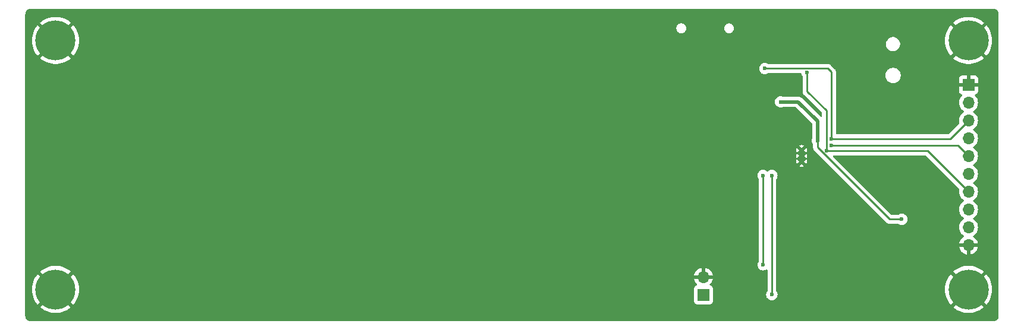
<source format=gbr>
%TF.GenerationSoftware,KiCad,Pcbnew,8.0.5*%
%TF.CreationDate,2024-11-08T20:24:14-08:00*%
%TF.ProjectId,newbatt,6e657762-6174-4742-9e6b-696361645f70,rev?*%
%TF.SameCoordinates,Original*%
%TF.FileFunction,Copper,L2,Bot*%
%TF.FilePolarity,Positive*%
%FSLAX46Y46*%
G04 Gerber Fmt 4.6, Leading zero omitted, Abs format (unit mm)*
G04 Created by KiCad (PCBNEW 8.0.5) date 2024-11-08 20:24:14*
%MOMM*%
%LPD*%
G01*
G04 APERTURE LIST*
%TA.AperFunction,ComponentPad*%
%ADD10C,3.600000*%
%TD*%
%TA.AperFunction,ConnectorPad*%
%ADD11C,5.700000*%
%TD*%
%TA.AperFunction,ComponentPad*%
%ADD12R,1.700000X1.700000*%
%TD*%
%TA.AperFunction,ComponentPad*%
%ADD13O,1.700000X1.700000*%
%TD*%
%TA.AperFunction,ComponentPad*%
%ADD14C,0.508000*%
%TD*%
%TA.AperFunction,ViaPad*%
%ADD15C,0.600000*%
%TD*%
%TA.AperFunction,Conductor*%
%ADD16C,0.250000*%
%TD*%
%TA.AperFunction,Conductor*%
%ADD17C,0.500000*%
%TD*%
%TA.AperFunction,Conductor*%
%ADD18C,1.000000*%
%TD*%
G04 APERTURE END LIST*
D10*
%TO.P,H4,1,1*%
%TO.N,0*%
X149500000Y-55250000D03*
D11*
X149500000Y-55250000D03*
%TD*%
D10*
%TO.P,H1,1,1*%
%TO.N,0*%
X19500000Y-19750000D03*
D11*
X19500000Y-19750000D03*
%TD*%
D10*
%TO.P,H3,1,1*%
%TO.N,0*%
X149500000Y-19750000D03*
D11*
X149500000Y-19750000D03*
%TD*%
D12*
%TO.P,J2,1,Pin_1*%
%TO.N,0*%
X149500000Y-26070000D03*
D13*
%TO.P,J2,2,Pin_2*%
%TO.N,VOUT*%
X149500000Y-28610000D03*
%TO.P,J2,3,Pin_3*%
%TO.N,/~{PG}*%
X149500000Y-31150000D03*
%TO.P,J2,4,Pin_4*%
%TO.N,/~{CHG}*%
X149500000Y-33690000D03*
%TO.P,J2,5,Pin_5*%
%TO.N,/VDPM*%
X149500000Y-36230000D03*
%TO.P,J2,6,Pin_6*%
X149500000Y-38770000D03*
%TO.P,J2,7,Pin_7*%
%TO.N,/~{CHG}*%
X149500000Y-41310000D03*
%TO.P,J2,8,Pin_8*%
%TO.N,/~{PG}*%
X149500000Y-43850000D03*
%TO.P,J2,9,Pin_9*%
%TO.N,VOUT*%
X149500000Y-46390000D03*
%TO.P,J2,10,Pin_10*%
%TO.N,0*%
X149500000Y-48930000D03*
%TD*%
D14*
%TO.P,U1,11,EPAD*%
%TO.N,0*%
X125750000Y-35425200D03*
X125750000Y-36212600D03*
X125750000Y-37000000D03*
%TD*%
D12*
%TO.P,TH1,1*%
%TO.N,Net-(U1-TS)*%
X111750000Y-56025000D03*
D13*
%TO.P,TH1,2*%
%TO.N,0*%
X111750000Y-53485000D03*
%TD*%
D10*
%TO.P,H2,1,1*%
%TO.N,0*%
X19500000Y-55250000D03*
D11*
X19500000Y-55250000D03*
%TD*%
D15*
%TO.N,Net-(JP8-B)*%
X122750000Y-28500000D03*
%TO.N,Net-(U1-VTSB)*%
X120250000Y-39000000D03*
X120250000Y-51750000D03*
%TO.N,Net-(JP8-B)*%
X140000000Y-45250000D03*
X128000000Y-34000000D03*
%TO.N,/~{CHG}*%
X129250000Y-35500000D03*
%TO.N,/VDPM*%
X130000000Y-34750000D03*
%TO.N,/~{CHG}*%
X126500000Y-24275000D03*
%TO.N,/~{PG}*%
X120500000Y-23750000D03*
X130000000Y-33750000D03*
%TO.N,Net-(U1-TS)*%
X121500000Y-56000000D03*
X121500000Y-39000000D03*
%TD*%
D16*
%TO.N,Net-(JP8-B)*%
X138257537Y-45250000D02*
X140000000Y-45250000D01*
X128000000Y-34992463D02*
X138257537Y-45250000D01*
D17*
X128000000Y-34000000D02*
X128000000Y-31250000D01*
D16*
X128000000Y-34000000D02*
X128000000Y-34992463D01*
D17*
X125250000Y-28500000D02*
X122750000Y-28500000D01*
X128000000Y-31250000D02*
X125250000Y-28500000D01*
D16*
%TO.N,Net-(U1-TS)*%
X121500000Y-56000000D02*
X121500000Y-39000000D01*
%TO.N,Net-(U1-VTSB)*%
X120250000Y-39000000D02*
X120250000Y-51750000D01*
%TO.N,/~{PG}*%
X130000000Y-33750000D02*
X146900000Y-33750000D01*
X146900000Y-33750000D02*
X149500000Y-31150000D01*
%TO.N,/~{CHG}*%
X143690000Y-35500000D02*
X149500000Y-41310000D01*
X129250000Y-35500000D02*
X143690000Y-35500000D01*
D18*
%TO.N,VOUT*%
X149390000Y-28500000D02*
X149500000Y-28610000D01*
D16*
%TO.N,/VDPM*%
X148020000Y-34750000D02*
X149500000Y-36230000D01*
X130000000Y-34750000D02*
X148020000Y-34750000D01*
%TO.N,/~{CHG}*%
X126500000Y-27000000D02*
X126500000Y-24275000D01*
X129250000Y-29750000D02*
X126500000Y-27000000D01*
X129250000Y-35500000D02*
X129250000Y-29750000D01*
%TO.N,/~{PG}*%
X129500000Y-23750000D02*
X120500000Y-23750000D01*
X130000000Y-24250000D02*
X129500000Y-23750000D01*
X130000000Y-33750000D02*
X130000000Y-24250000D01*
%TD*%
%TA.AperFunction,Conductor*%
%TO.N,0*%
G36*
X153006061Y-15201097D02*
G01*
X153016051Y-15202080D01*
X153143824Y-15214665D01*
X153167652Y-15219404D01*
X153294277Y-15257815D01*
X153316725Y-15267114D01*
X153433406Y-15329482D01*
X153453616Y-15342986D01*
X153555891Y-15426920D01*
X153573079Y-15444108D01*
X153657012Y-15546381D01*
X153670517Y-15566593D01*
X153732883Y-15683271D01*
X153742186Y-15705728D01*
X153780593Y-15832338D01*
X153785335Y-15856180D01*
X153798903Y-15993938D01*
X153799500Y-16006092D01*
X153799500Y-58993907D01*
X153798903Y-59006061D01*
X153785335Y-59143819D01*
X153780593Y-59167661D01*
X153742186Y-59294271D01*
X153732883Y-59316728D01*
X153670517Y-59433406D01*
X153657012Y-59453618D01*
X153573079Y-59555891D01*
X153555891Y-59573079D01*
X153453618Y-59657012D01*
X153433406Y-59670517D01*
X153316728Y-59732883D01*
X153294271Y-59742186D01*
X153167661Y-59780593D01*
X153143819Y-59785335D01*
X153006062Y-59798903D01*
X152993908Y-59799500D01*
X16006092Y-59799500D01*
X15993938Y-59798903D01*
X15856180Y-59785335D01*
X15832340Y-59780593D01*
X15705728Y-59742186D01*
X15683271Y-59732883D01*
X15566593Y-59670517D01*
X15546381Y-59657012D01*
X15444108Y-59573079D01*
X15426920Y-59555891D01*
X15342986Y-59453616D01*
X15329482Y-59433406D01*
X15267116Y-59316728D01*
X15257815Y-59294277D01*
X15219404Y-59167652D01*
X15214665Y-59143824D01*
X15201097Y-59006060D01*
X15200500Y-58993907D01*
X15200500Y-55249997D01*
X16145080Y-55249997D01*
X16145080Y-55250002D01*
X16164746Y-55612728D01*
X16223517Y-55971214D01*
X16223519Y-55971222D01*
X16320695Y-56321220D01*
X16320697Y-56321227D01*
X16455152Y-56658684D01*
X16455161Y-56658702D01*
X16625316Y-56979647D01*
X16625318Y-56979651D01*
X16829170Y-57280309D01*
X16829177Y-57280319D01*
X16960969Y-57435475D01*
X16960970Y-57435475D01*
X18205748Y-56190698D01*
X18279588Y-56292330D01*
X18457670Y-56470412D01*
X18559300Y-56544251D01*
X17311888Y-57791662D01*
X17311888Y-57791664D01*
X17328070Y-57806992D01*
X17328071Y-57806993D01*
X17617266Y-58026832D01*
X17617282Y-58026843D01*
X17928522Y-58214109D01*
X17928535Y-58214116D01*
X18258205Y-58366639D01*
X18258210Y-58366640D01*
X18602461Y-58482632D01*
X18957235Y-58560724D01*
X19318366Y-58599999D01*
X19318374Y-58600000D01*
X19681626Y-58600000D01*
X19681633Y-58599999D01*
X20042764Y-58560724D01*
X20397538Y-58482632D01*
X20741789Y-58366640D01*
X20741794Y-58366639D01*
X21071464Y-58214116D01*
X21071477Y-58214109D01*
X21382717Y-58026843D01*
X21382733Y-58026832D01*
X21671929Y-57806992D01*
X21688110Y-57791664D01*
X21688110Y-57791663D01*
X20440698Y-56544251D01*
X20542330Y-56470412D01*
X20720412Y-56292330D01*
X20794251Y-56190698D01*
X22039028Y-57435475D01*
X22039029Y-57435475D01*
X22170827Y-57280311D01*
X22170838Y-57280297D01*
X22374681Y-56979651D01*
X22374683Y-56979647D01*
X22544838Y-56658702D01*
X22544847Y-56658684D01*
X22679302Y-56321227D01*
X22679304Y-56321220D01*
X22776480Y-55971222D01*
X22776482Y-55971214D01*
X22835253Y-55612728D01*
X22854920Y-55250002D01*
X22854920Y-55249997D01*
X22848258Y-55127135D01*
X110399500Y-55127135D01*
X110399500Y-56922870D01*
X110399501Y-56922876D01*
X110405908Y-56982483D01*
X110456202Y-57117328D01*
X110456206Y-57117335D01*
X110542452Y-57232544D01*
X110542455Y-57232547D01*
X110657664Y-57318793D01*
X110657671Y-57318797D01*
X110792517Y-57369091D01*
X110792516Y-57369091D01*
X110799444Y-57369835D01*
X110852127Y-57375500D01*
X112647872Y-57375499D01*
X112707483Y-57369091D01*
X112842331Y-57318796D01*
X112957546Y-57232546D01*
X113043796Y-57117331D01*
X113094091Y-56982483D01*
X113100500Y-56922873D01*
X113100499Y-55127128D01*
X113094091Y-55067517D01*
X113043796Y-54932669D01*
X113043795Y-54932668D01*
X113043793Y-54932664D01*
X112957547Y-54817455D01*
X112957544Y-54817452D01*
X112842335Y-54731206D01*
X112842328Y-54731202D01*
X112710401Y-54681997D01*
X112654467Y-54640126D01*
X112630050Y-54574662D01*
X112644902Y-54506389D01*
X112666053Y-54478133D01*
X112788108Y-54356078D01*
X112923600Y-54162578D01*
X113023429Y-53948492D01*
X113023432Y-53948486D01*
X113080636Y-53735000D01*
X112183012Y-53735000D01*
X112215925Y-53677993D01*
X112250000Y-53550826D01*
X112250000Y-53419174D01*
X112215925Y-53292007D01*
X112183012Y-53235000D01*
X113080636Y-53235000D01*
X113080635Y-53234999D01*
X113023432Y-53021513D01*
X113023429Y-53021507D01*
X112923600Y-52807422D01*
X112923599Y-52807420D01*
X112788113Y-52613926D01*
X112788108Y-52613920D01*
X112621082Y-52446894D01*
X112427578Y-52311399D01*
X112213492Y-52211570D01*
X112213486Y-52211567D01*
X112000000Y-52154364D01*
X112000000Y-53051988D01*
X111942993Y-53019075D01*
X111815826Y-52985000D01*
X111684174Y-52985000D01*
X111557007Y-53019075D01*
X111500000Y-53051988D01*
X111500000Y-52154364D01*
X111499999Y-52154364D01*
X111286513Y-52211567D01*
X111286507Y-52211570D01*
X111072422Y-52311399D01*
X111072420Y-52311400D01*
X110878926Y-52446886D01*
X110878920Y-52446891D01*
X110711891Y-52613920D01*
X110711886Y-52613926D01*
X110576400Y-52807420D01*
X110576399Y-52807422D01*
X110476570Y-53021507D01*
X110476567Y-53021513D01*
X110419364Y-53234999D01*
X110419364Y-53235000D01*
X111316988Y-53235000D01*
X111284075Y-53292007D01*
X111250000Y-53419174D01*
X111250000Y-53550826D01*
X111284075Y-53677993D01*
X111316988Y-53735000D01*
X110419364Y-53735000D01*
X110476567Y-53948486D01*
X110476570Y-53948492D01*
X110576399Y-54162578D01*
X110711894Y-54356082D01*
X110833946Y-54478134D01*
X110867431Y-54539457D01*
X110862447Y-54609149D01*
X110820575Y-54665082D01*
X110789598Y-54681997D01*
X110657671Y-54731202D01*
X110657664Y-54731206D01*
X110542455Y-54817452D01*
X110542452Y-54817455D01*
X110456206Y-54932664D01*
X110456202Y-54932671D01*
X110405908Y-55067517D01*
X110399828Y-55124077D01*
X110399501Y-55127123D01*
X110399500Y-55127135D01*
X22848258Y-55127135D01*
X22835253Y-54887271D01*
X22776482Y-54528785D01*
X22776480Y-54528777D01*
X22679304Y-54178779D01*
X22679302Y-54178772D01*
X22544847Y-53841315D01*
X22544838Y-53841297D01*
X22374683Y-53520352D01*
X22374681Y-53520348D01*
X22170829Y-53219690D01*
X22170822Y-53219680D01*
X22039029Y-53064523D01*
X22039028Y-53064523D01*
X20794251Y-54309300D01*
X20720412Y-54207670D01*
X20542330Y-54029588D01*
X20440698Y-53955748D01*
X21688110Y-52708336D01*
X21688110Y-52708334D01*
X21671929Y-52693007D01*
X21671928Y-52693006D01*
X21382733Y-52473167D01*
X21382717Y-52473156D01*
X21071477Y-52285890D01*
X21071464Y-52285883D01*
X20741794Y-52133360D01*
X20741789Y-52133359D01*
X20397538Y-52017367D01*
X20042764Y-51939275D01*
X19681633Y-51900000D01*
X19318366Y-51900000D01*
X18957235Y-51939275D01*
X18602461Y-52017367D01*
X18258210Y-52133359D01*
X18258205Y-52133360D01*
X17928535Y-52285883D01*
X17928522Y-52285890D01*
X17617282Y-52473156D01*
X17617266Y-52473167D01*
X17328075Y-52693002D01*
X17311888Y-52708335D01*
X17311887Y-52708335D01*
X18559301Y-53955748D01*
X18457670Y-54029588D01*
X18279588Y-54207670D01*
X18205748Y-54309300D01*
X16960970Y-53064522D01*
X16960969Y-53064523D01*
X16829177Y-53219680D01*
X16829170Y-53219690D01*
X16625318Y-53520348D01*
X16625316Y-53520352D01*
X16455161Y-53841297D01*
X16455152Y-53841315D01*
X16320697Y-54178772D01*
X16320695Y-54178779D01*
X16223519Y-54528777D01*
X16223517Y-54528785D01*
X16164746Y-54887271D01*
X16145080Y-55249997D01*
X15200500Y-55249997D01*
X15200500Y-38999996D01*
X119444435Y-38999996D01*
X119444435Y-39000003D01*
X119464630Y-39179249D01*
X119464631Y-39179254D01*
X119524211Y-39349524D01*
X119605493Y-39478881D01*
X119624500Y-39544854D01*
X119624500Y-51205145D01*
X119605494Y-51271117D01*
X119524211Y-51400476D01*
X119464631Y-51570745D01*
X119464630Y-51570750D01*
X119444435Y-51749996D01*
X119444435Y-51750003D01*
X119464630Y-51929249D01*
X119464631Y-51929254D01*
X119524211Y-52099523D01*
X119594615Y-52211570D01*
X119620184Y-52252262D01*
X119747738Y-52379816D01*
X119815472Y-52422376D01*
X119896287Y-52473156D01*
X119900478Y-52475789D01*
X120047888Y-52527370D01*
X120070745Y-52535368D01*
X120070750Y-52535369D01*
X120249996Y-52555565D01*
X120250000Y-52555565D01*
X120250004Y-52555565D01*
X120429249Y-52535369D01*
X120429252Y-52535368D01*
X120429255Y-52535368D01*
X120599522Y-52475789D01*
X120684528Y-52422375D01*
X120751764Y-52403376D01*
X120818600Y-52423744D01*
X120863814Y-52477011D01*
X120874500Y-52527370D01*
X120874500Y-55455145D01*
X120855494Y-55521117D01*
X120774211Y-55650476D01*
X120714631Y-55820745D01*
X120714630Y-55820750D01*
X120694435Y-55999996D01*
X120694435Y-56000003D01*
X120714630Y-56179249D01*
X120714631Y-56179254D01*
X120774211Y-56349523D01*
X120850171Y-56470412D01*
X120870184Y-56502262D01*
X120997738Y-56629816D01*
X121150478Y-56725789D01*
X121320745Y-56785368D01*
X121320750Y-56785369D01*
X121499996Y-56805565D01*
X121500000Y-56805565D01*
X121500004Y-56805565D01*
X121679249Y-56785369D01*
X121679252Y-56785368D01*
X121679255Y-56785368D01*
X121849522Y-56725789D01*
X122002262Y-56629816D01*
X122129816Y-56502262D01*
X122225789Y-56349522D01*
X122285368Y-56179255D01*
X122285369Y-56179249D01*
X122305565Y-56000003D01*
X122305565Y-55999996D01*
X122285369Y-55820750D01*
X122285368Y-55820745D01*
X122225788Y-55650476D01*
X122144506Y-55521117D01*
X122125500Y-55455145D01*
X122125500Y-55249997D01*
X146145080Y-55249997D01*
X146145080Y-55250002D01*
X146164746Y-55612728D01*
X146223517Y-55971214D01*
X146223519Y-55971222D01*
X146320695Y-56321220D01*
X146320697Y-56321227D01*
X146455152Y-56658684D01*
X146455161Y-56658702D01*
X146625316Y-56979647D01*
X146625318Y-56979651D01*
X146829170Y-57280309D01*
X146829177Y-57280319D01*
X146960969Y-57435475D01*
X146960970Y-57435475D01*
X148205748Y-56190698D01*
X148279588Y-56292330D01*
X148457670Y-56470412D01*
X148559300Y-56544251D01*
X147311888Y-57791662D01*
X147311888Y-57791664D01*
X147328070Y-57806992D01*
X147328071Y-57806993D01*
X147617266Y-58026832D01*
X147617282Y-58026843D01*
X147928522Y-58214109D01*
X147928535Y-58214116D01*
X148258205Y-58366639D01*
X148258210Y-58366640D01*
X148602461Y-58482632D01*
X148957235Y-58560724D01*
X149318366Y-58599999D01*
X149318374Y-58600000D01*
X149681626Y-58600000D01*
X149681633Y-58599999D01*
X150042764Y-58560724D01*
X150397538Y-58482632D01*
X150741789Y-58366640D01*
X150741794Y-58366639D01*
X151071464Y-58214116D01*
X151071477Y-58214109D01*
X151382717Y-58026843D01*
X151382733Y-58026832D01*
X151671929Y-57806992D01*
X151688110Y-57791664D01*
X151688110Y-57791663D01*
X150440698Y-56544251D01*
X150542330Y-56470412D01*
X150720412Y-56292330D01*
X150794251Y-56190698D01*
X152039028Y-57435475D01*
X152039029Y-57435475D01*
X152170827Y-57280311D01*
X152170838Y-57280297D01*
X152374681Y-56979651D01*
X152374683Y-56979647D01*
X152544838Y-56658702D01*
X152544847Y-56658684D01*
X152679302Y-56321227D01*
X152679304Y-56321220D01*
X152776480Y-55971222D01*
X152776482Y-55971214D01*
X152835253Y-55612728D01*
X152854920Y-55250002D01*
X152854920Y-55249997D01*
X152835253Y-54887271D01*
X152776482Y-54528785D01*
X152776480Y-54528777D01*
X152679304Y-54178779D01*
X152679302Y-54178772D01*
X152544847Y-53841315D01*
X152544838Y-53841297D01*
X152374683Y-53520352D01*
X152374681Y-53520348D01*
X152170829Y-53219690D01*
X152170822Y-53219680D01*
X152039029Y-53064523D01*
X152039028Y-53064523D01*
X150794251Y-54309300D01*
X150720412Y-54207670D01*
X150542330Y-54029588D01*
X150440698Y-53955748D01*
X151688110Y-52708336D01*
X151688110Y-52708334D01*
X151671929Y-52693007D01*
X151671928Y-52693006D01*
X151382733Y-52473167D01*
X151382717Y-52473156D01*
X151071477Y-52285890D01*
X151071464Y-52285883D01*
X150741794Y-52133360D01*
X150741789Y-52133359D01*
X150397538Y-52017367D01*
X150042764Y-51939275D01*
X149681633Y-51900000D01*
X149318366Y-51900000D01*
X148957235Y-51939275D01*
X148602461Y-52017367D01*
X148258210Y-52133359D01*
X148258205Y-52133360D01*
X147928535Y-52285883D01*
X147928522Y-52285890D01*
X147617282Y-52473156D01*
X147617266Y-52473167D01*
X147328075Y-52693002D01*
X147311888Y-52708335D01*
X147311887Y-52708335D01*
X148559301Y-53955748D01*
X148457670Y-54029588D01*
X148279588Y-54207670D01*
X148205748Y-54309300D01*
X146960970Y-53064522D01*
X146960969Y-53064523D01*
X146829177Y-53219680D01*
X146829170Y-53219690D01*
X146625318Y-53520348D01*
X146625316Y-53520352D01*
X146455161Y-53841297D01*
X146455152Y-53841315D01*
X146320697Y-54178772D01*
X146320695Y-54178779D01*
X146223519Y-54528777D01*
X146223517Y-54528785D01*
X146164746Y-54887271D01*
X146145080Y-55249997D01*
X122125500Y-55249997D01*
X122125500Y-39544854D01*
X122144507Y-39478881D01*
X122225788Y-39349524D01*
X122266329Y-39233664D01*
X122285368Y-39179255D01*
X122304956Y-39005408D01*
X122305565Y-39000003D01*
X122305565Y-38999996D01*
X122285369Y-38820750D01*
X122285368Y-38820745D01*
X122267748Y-38770389D01*
X122225789Y-38650478D01*
X122129816Y-38497738D01*
X122002262Y-38370184D01*
X121849523Y-38274211D01*
X121679254Y-38214631D01*
X121679249Y-38214630D01*
X121500004Y-38194435D01*
X121499996Y-38194435D01*
X121320750Y-38214630D01*
X121320745Y-38214631D01*
X121150476Y-38274211D01*
X120997737Y-38370184D01*
X120962681Y-38405241D01*
X120901358Y-38438726D01*
X120831666Y-38433742D01*
X120787319Y-38405241D01*
X120752262Y-38370184D01*
X120599523Y-38274211D01*
X120429254Y-38214631D01*
X120429249Y-38214630D01*
X120250004Y-38194435D01*
X120249996Y-38194435D01*
X120070750Y-38214630D01*
X120070745Y-38214631D01*
X119900476Y-38274211D01*
X119747737Y-38370184D01*
X119620184Y-38497737D01*
X119524211Y-38650476D01*
X119464631Y-38820745D01*
X119464630Y-38820750D01*
X119444435Y-38999996D01*
X15200500Y-38999996D01*
X15200500Y-37683297D01*
X125420255Y-37683297D01*
X125420779Y-37683626D01*
X125581165Y-37739748D01*
X125749996Y-37758771D01*
X125750004Y-37758771D01*
X125918836Y-37739748D01*
X126079215Y-37683629D01*
X126079221Y-37683627D01*
X126079744Y-37683298D01*
X126079744Y-37683297D01*
X125750001Y-37353553D01*
X125750000Y-37353553D01*
X125420255Y-37683297D01*
X15200500Y-37683297D01*
X15200500Y-36999996D01*
X124991229Y-36999996D01*
X124991229Y-37000003D01*
X125010251Y-37168836D01*
X125066371Y-37329219D01*
X125066700Y-37329744D01*
X125396446Y-37000000D01*
X125371184Y-36974738D01*
X125623000Y-36974738D01*
X125623000Y-37025262D01*
X125642335Y-37071940D01*
X125678060Y-37107665D01*
X125724738Y-37127000D01*
X125775262Y-37127000D01*
X125821940Y-37107665D01*
X125857665Y-37071940D01*
X125877000Y-37025262D01*
X125877000Y-36999999D01*
X126103553Y-36999999D01*
X126103553Y-37000000D01*
X126433297Y-37329744D01*
X126433298Y-37329744D01*
X126433627Y-37329221D01*
X126433629Y-37329215D01*
X126489748Y-37168836D01*
X126508771Y-37000003D01*
X126508771Y-36999996D01*
X126489748Y-36831165D01*
X126433625Y-36670774D01*
X126430609Y-36664509D01*
X126432157Y-36663763D01*
X126431190Y-36660341D01*
X126409572Y-36693980D01*
X126103553Y-36999999D01*
X125877000Y-36999999D01*
X125877000Y-36974738D01*
X125857665Y-36928060D01*
X125821940Y-36892335D01*
X125775262Y-36873000D01*
X125724738Y-36873000D01*
X125678060Y-36892335D01*
X125642335Y-36928060D01*
X125623000Y-36974738D01*
X125371184Y-36974738D01*
X125090426Y-36693980D01*
X125070062Y-36656686D01*
X125067957Y-36663868D01*
X125069368Y-36664546D01*
X125066374Y-36670774D01*
X125010251Y-36831165D01*
X124991229Y-36999996D01*
X15200500Y-36999996D01*
X15200500Y-36606299D01*
X125709853Y-36606299D01*
X125750000Y-36646446D01*
X125790146Y-36606301D01*
X125790146Y-36606300D01*
X125750000Y-36566153D01*
X125709853Y-36606299D01*
X15200500Y-36606299D01*
X15200500Y-36212596D01*
X124991229Y-36212596D01*
X124991229Y-36212603D01*
X125010251Y-36381436D01*
X125066372Y-36541821D01*
X125069381Y-36548075D01*
X125067850Y-36548811D01*
X125068817Y-36552240D01*
X125090426Y-36518617D01*
X125396445Y-36212599D01*
X125371184Y-36187338D01*
X125623000Y-36187338D01*
X125623000Y-36237862D01*
X125642335Y-36284540D01*
X125678060Y-36320265D01*
X125724738Y-36339600D01*
X125775262Y-36339600D01*
X125821940Y-36320265D01*
X125857665Y-36284540D01*
X125877000Y-36237862D01*
X125877000Y-36212599D01*
X126103553Y-36212599D01*
X126103553Y-36212600D01*
X126409572Y-36518618D01*
X126429983Y-36555997D01*
X126432092Y-36548825D01*
X126430598Y-36548105D01*
X126433629Y-36541815D01*
X126489748Y-36381436D01*
X126508771Y-36212603D01*
X126508771Y-36212596D01*
X126489748Y-36043765D01*
X126433625Y-35883374D01*
X126430609Y-35877109D01*
X126432157Y-35876363D01*
X126431190Y-35872941D01*
X126409572Y-35906580D01*
X126103553Y-36212599D01*
X125877000Y-36212599D01*
X125877000Y-36187338D01*
X125857665Y-36140660D01*
X125821940Y-36104935D01*
X125775262Y-36085600D01*
X125724738Y-36085600D01*
X125678060Y-36104935D01*
X125642335Y-36140660D01*
X125623000Y-36187338D01*
X125371184Y-36187338D01*
X125090426Y-35906580D01*
X125070062Y-35869286D01*
X125067957Y-35876468D01*
X125069368Y-35877146D01*
X125066374Y-35883374D01*
X125010251Y-36043765D01*
X124991229Y-36212596D01*
X15200500Y-36212596D01*
X15200500Y-35818899D01*
X125709853Y-35818899D01*
X125750000Y-35859046D01*
X125790146Y-35818901D01*
X125790146Y-35818900D01*
X125750000Y-35778753D01*
X125709853Y-35818899D01*
X15200500Y-35818899D01*
X15200500Y-35425196D01*
X124991229Y-35425196D01*
X124991229Y-35425203D01*
X125010251Y-35594036D01*
X125066372Y-35754421D01*
X125069381Y-35760675D01*
X125067850Y-35761411D01*
X125068817Y-35764840D01*
X125090426Y-35731217D01*
X125396445Y-35425199D01*
X125371184Y-35399938D01*
X125623000Y-35399938D01*
X125623000Y-35450462D01*
X125642335Y-35497140D01*
X125678060Y-35532865D01*
X125724738Y-35552200D01*
X125775262Y-35552200D01*
X125821940Y-35532865D01*
X125857665Y-35497140D01*
X125877000Y-35450462D01*
X125877000Y-35425200D01*
X126103553Y-35425200D01*
X126409572Y-35731218D01*
X126429983Y-35768597D01*
X126432092Y-35761425D01*
X126430598Y-35760705D01*
X126433629Y-35754415D01*
X126489748Y-35594036D01*
X126508771Y-35425203D01*
X126508771Y-35425196D01*
X126489748Y-35256365D01*
X126433626Y-35095979D01*
X126433297Y-35095455D01*
X126103553Y-35425200D01*
X125877000Y-35425200D01*
X125877000Y-35399938D01*
X125857665Y-35353260D01*
X125821940Y-35317535D01*
X125775262Y-35298200D01*
X125724738Y-35298200D01*
X125678060Y-35317535D01*
X125642335Y-35353260D01*
X125623000Y-35399938D01*
X125371184Y-35399938D01*
X125066701Y-35095455D01*
X125066372Y-35095980D01*
X125010251Y-35256365D01*
X124991229Y-35425196D01*
X15200500Y-35425196D01*
X15200500Y-34741901D01*
X125420255Y-34741901D01*
X125750000Y-35071646D01*
X125750001Y-35071646D01*
X126079744Y-34741900D01*
X126079219Y-34741571D01*
X125918836Y-34685451D01*
X125750004Y-34666429D01*
X125749996Y-34666429D01*
X125581165Y-34685451D01*
X125420780Y-34741572D01*
X125420255Y-34741901D01*
X15200500Y-34741901D01*
X15200500Y-23749996D01*
X119694435Y-23749996D01*
X119694435Y-23750003D01*
X119714630Y-23929249D01*
X119714631Y-23929254D01*
X119774211Y-24099523D01*
X119827616Y-24184516D01*
X119870184Y-24252262D01*
X119997738Y-24379816D01*
X120088080Y-24436582D01*
X120106234Y-24447989D01*
X120150478Y-24475789D01*
X120245647Y-24509090D01*
X120320745Y-24535368D01*
X120320750Y-24535369D01*
X120499996Y-24555565D01*
X120500000Y-24555565D01*
X120500004Y-24555565D01*
X120679249Y-24535369D01*
X120679252Y-24535368D01*
X120679255Y-24535368D01*
X120849522Y-24475789D01*
X120978883Y-24394505D01*
X121044855Y-24375500D01*
X125599091Y-24375500D01*
X125666130Y-24395185D01*
X125711885Y-24447989D01*
X125716133Y-24458545D01*
X125774211Y-24624524D01*
X125855493Y-24753881D01*
X125874500Y-24819854D01*
X125874500Y-27061611D01*
X125898535Y-27182444D01*
X125898540Y-27182461D01*
X125945685Y-27296281D01*
X125945687Y-27296285D01*
X125972290Y-27336097D01*
X125972291Y-27336099D01*
X126014141Y-27398732D01*
X126014144Y-27398736D01*
X126105586Y-27490178D01*
X126105608Y-27490198D01*
X128588181Y-29972771D01*
X128621666Y-30034094D01*
X128624500Y-30060452D01*
X128624500Y-30513770D01*
X128604815Y-30580809D01*
X128552011Y-30626564D01*
X128482853Y-30636508D01*
X128419297Y-30607483D01*
X128412819Y-30601451D01*
X125728421Y-27917052D01*
X125728414Y-27917046D01*
X125646357Y-27862218D01*
X125646357Y-27862219D01*
X125605491Y-27834913D01*
X125468917Y-27778343D01*
X125468907Y-27778340D01*
X125323920Y-27749500D01*
X125323918Y-27749500D01*
X123049972Y-27749500D01*
X123009017Y-27742542D01*
X122929254Y-27714631D01*
X122929249Y-27714630D01*
X122750004Y-27694435D01*
X122749996Y-27694435D01*
X122570750Y-27714630D01*
X122570745Y-27714631D01*
X122400476Y-27774211D01*
X122247737Y-27870184D01*
X122120184Y-27997737D01*
X122024211Y-28150476D01*
X121964631Y-28320745D01*
X121964630Y-28320750D01*
X121944435Y-28499996D01*
X121944435Y-28500003D01*
X121964630Y-28679249D01*
X121964631Y-28679254D01*
X122024211Y-28849523D01*
X122112423Y-28989910D01*
X122120184Y-29002262D01*
X122247738Y-29129816D01*
X122400478Y-29225789D01*
X122570745Y-29285368D01*
X122570750Y-29285369D01*
X122749996Y-29305565D01*
X122750000Y-29305565D01*
X122750004Y-29305565D01*
X122929249Y-29285369D01*
X122929252Y-29285368D01*
X122929255Y-29285368D01*
X123009017Y-29257457D01*
X123049972Y-29250500D01*
X124887770Y-29250500D01*
X124954809Y-29270185D01*
X124975451Y-29286819D01*
X127213181Y-31524548D01*
X127246666Y-31585871D01*
X127249500Y-31612229D01*
X127249500Y-33700028D01*
X127242542Y-33740982D01*
X127214631Y-33820747D01*
X127194435Y-33999996D01*
X127194435Y-34000003D01*
X127214630Y-34179249D01*
X127214631Y-34179254D01*
X127274211Y-34349524D01*
X127355493Y-34478881D01*
X127374500Y-34544854D01*
X127374500Y-35054074D01*
X127398535Y-35174907D01*
X127398540Y-35174924D01*
X127445685Y-35288744D01*
X127445687Y-35288748D01*
X127467068Y-35320745D01*
X127467069Y-35320747D01*
X127514141Y-35391195D01*
X127514144Y-35391199D01*
X127605586Y-35482641D01*
X127605608Y-35482661D01*
X137768553Y-45645606D01*
X137768582Y-45645637D01*
X137858801Y-45735856D01*
X137858804Y-45735858D01*
X137935727Y-45787256D01*
X137961247Y-45804309D01*
X137961249Y-45804310D01*
X137961252Y-45804312D01*
X138027933Y-45831931D01*
X138027935Y-45831933D01*
X138075080Y-45851461D01*
X138075085Y-45851463D01*
X138104752Y-45857363D01*
X138131517Y-45862688D01*
X138131537Y-45862691D01*
X138131559Y-45862696D01*
X138195928Y-45875499D01*
X138195929Y-45875500D01*
X138195930Y-45875500D01*
X138195931Y-45875500D01*
X139455145Y-45875500D01*
X139521116Y-45894505D01*
X139650478Y-45975789D01*
X139820745Y-46035368D01*
X139820750Y-46035369D01*
X139999996Y-46055565D01*
X140000000Y-46055565D01*
X140000004Y-46055565D01*
X140179249Y-46035369D01*
X140179252Y-46035368D01*
X140179255Y-46035368D01*
X140349522Y-45975789D01*
X140502262Y-45879816D01*
X140629816Y-45752262D01*
X140725789Y-45599522D01*
X140785368Y-45429255D01*
X140794128Y-45351506D01*
X140805565Y-45250003D01*
X140805565Y-45249996D01*
X140785369Y-45070750D01*
X140785368Y-45070745D01*
X140725788Y-44900476D01*
X140629815Y-44747737D01*
X140502262Y-44620184D01*
X140349523Y-44524211D01*
X140179254Y-44464631D01*
X140179249Y-44464630D01*
X140000004Y-44444435D01*
X139999996Y-44444435D01*
X139820750Y-44464630D01*
X139820745Y-44464631D01*
X139650476Y-44524211D01*
X139521117Y-44605494D01*
X139455145Y-44624500D01*
X138567989Y-44624500D01*
X138500950Y-44604815D01*
X138480308Y-44588181D01*
X130229308Y-36337181D01*
X130195823Y-36275858D01*
X130200807Y-36206166D01*
X130242679Y-36150233D01*
X130308143Y-36125816D01*
X130316989Y-36125500D01*
X143379548Y-36125500D01*
X143446587Y-36145185D01*
X143467229Y-36161819D01*
X148159762Y-40854352D01*
X148193247Y-40915675D01*
X148191856Y-40974126D01*
X148164938Y-41074586D01*
X148164936Y-41074596D01*
X148144341Y-41309999D01*
X148144341Y-41310000D01*
X148164936Y-41545403D01*
X148164938Y-41545413D01*
X148226094Y-41773655D01*
X148226096Y-41773659D01*
X148226097Y-41773663D01*
X148325965Y-41987830D01*
X148325967Y-41987834D01*
X148461501Y-42181395D01*
X148461506Y-42181402D01*
X148628597Y-42348493D01*
X148628603Y-42348498D01*
X148814158Y-42478425D01*
X148857783Y-42533002D01*
X148864977Y-42602500D01*
X148833454Y-42664855D01*
X148814158Y-42681575D01*
X148628597Y-42811505D01*
X148461505Y-42978597D01*
X148325965Y-43172169D01*
X148325964Y-43172171D01*
X148226098Y-43386335D01*
X148226094Y-43386344D01*
X148164938Y-43614586D01*
X148164936Y-43614596D01*
X148144341Y-43849999D01*
X148144341Y-43850000D01*
X148164936Y-44085403D01*
X148164938Y-44085413D01*
X148226094Y-44313655D01*
X148226096Y-44313659D01*
X148226097Y-44313663D01*
X148287077Y-44444435D01*
X148325965Y-44527830D01*
X148325967Y-44527834D01*
X148461501Y-44721395D01*
X148461506Y-44721402D01*
X148628597Y-44888493D01*
X148628603Y-44888498D01*
X148814158Y-45018425D01*
X148857783Y-45073002D01*
X148864977Y-45142500D01*
X148833454Y-45204855D01*
X148814158Y-45221575D01*
X148628597Y-45351505D01*
X148461505Y-45518597D01*
X148325965Y-45712169D01*
X148325964Y-45712171D01*
X148226098Y-45926335D01*
X148226094Y-45926344D01*
X148164938Y-46154586D01*
X148164936Y-46154596D01*
X148144341Y-46389999D01*
X148144341Y-46390000D01*
X148164936Y-46625403D01*
X148164938Y-46625413D01*
X148226094Y-46853655D01*
X148226096Y-46853659D01*
X148226097Y-46853663D01*
X148325965Y-47067830D01*
X148325967Y-47067834D01*
X148461501Y-47261395D01*
X148461506Y-47261402D01*
X148628597Y-47428493D01*
X148628603Y-47428498D01*
X148814594Y-47558730D01*
X148858219Y-47613307D01*
X148865413Y-47682805D01*
X148833890Y-47745160D01*
X148814595Y-47761880D01*
X148628922Y-47891890D01*
X148628920Y-47891891D01*
X148461891Y-48058920D01*
X148461886Y-48058926D01*
X148326400Y-48252420D01*
X148326399Y-48252422D01*
X148226570Y-48466507D01*
X148226567Y-48466513D01*
X148169364Y-48679999D01*
X148169364Y-48680000D01*
X149066988Y-48680000D01*
X149034075Y-48737007D01*
X149000000Y-48864174D01*
X149000000Y-48995826D01*
X149034075Y-49122993D01*
X149066988Y-49180000D01*
X148169364Y-49180000D01*
X148226567Y-49393486D01*
X148226570Y-49393492D01*
X148326399Y-49607578D01*
X148461894Y-49801082D01*
X148628917Y-49968105D01*
X148822421Y-50103600D01*
X149036507Y-50203429D01*
X149036516Y-50203433D01*
X149250000Y-50260634D01*
X149250000Y-49363012D01*
X149307007Y-49395925D01*
X149434174Y-49430000D01*
X149565826Y-49430000D01*
X149692993Y-49395925D01*
X149750000Y-49363012D01*
X149750000Y-50260633D01*
X149963483Y-50203433D01*
X149963492Y-50203429D01*
X150177578Y-50103600D01*
X150371082Y-49968105D01*
X150538105Y-49801082D01*
X150673600Y-49607578D01*
X150773429Y-49393492D01*
X150773432Y-49393486D01*
X150830636Y-49180000D01*
X149933012Y-49180000D01*
X149965925Y-49122993D01*
X150000000Y-48995826D01*
X150000000Y-48864174D01*
X149965925Y-48737007D01*
X149933012Y-48680000D01*
X150830636Y-48680000D01*
X150830635Y-48679999D01*
X150773432Y-48466513D01*
X150773429Y-48466507D01*
X150673600Y-48252422D01*
X150673599Y-48252420D01*
X150538113Y-48058926D01*
X150538108Y-48058920D01*
X150371078Y-47891890D01*
X150185405Y-47761879D01*
X150141780Y-47707302D01*
X150134588Y-47637804D01*
X150166110Y-47575449D01*
X150185406Y-47558730D01*
X150371401Y-47428495D01*
X150538495Y-47261401D01*
X150674035Y-47067830D01*
X150773903Y-46853663D01*
X150835063Y-46625408D01*
X150855659Y-46390000D01*
X150835063Y-46154592D01*
X150773903Y-45926337D01*
X150674035Y-45712171D01*
X150629616Y-45648733D01*
X150538494Y-45518597D01*
X150371402Y-45351506D01*
X150371396Y-45351501D01*
X150185842Y-45221575D01*
X150142217Y-45166998D01*
X150135023Y-45097500D01*
X150166546Y-45035145D01*
X150185842Y-45018425D01*
X150208026Y-45002891D01*
X150371401Y-44888495D01*
X150538495Y-44721401D01*
X150674035Y-44527830D01*
X150773903Y-44313663D01*
X150835063Y-44085408D01*
X150855659Y-43850000D01*
X150835063Y-43614592D01*
X150773903Y-43386337D01*
X150674035Y-43172171D01*
X150538495Y-42978599D01*
X150538494Y-42978597D01*
X150371402Y-42811506D01*
X150371396Y-42811501D01*
X150185842Y-42681575D01*
X150142217Y-42626998D01*
X150135023Y-42557500D01*
X150166546Y-42495145D01*
X150185842Y-42478425D01*
X150208026Y-42462891D01*
X150371401Y-42348495D01*
X150538495Y-42181401D01*
X150674035Y-41987830D01*
X150773903Y-41773663D01*
X150835063Y-41545408D01*
X150855659Y-41310000D01*
X150835063Y-41074592D01*
X150773903Y-40846337D01*
X150674035Y-40632171D01*
X150538495Y-40438599D01*
X150538494Y-40438597D01*
X150371402Y-40271506D01*
X150371396Y-40271501D01*
X150185842Y-40141575D01*
X150142217Y-40086998D01*
X150135023Y-40017500D01*
X150166546Y-39955145D01*
X150185842Y-39938425D01*
X150208026Y-39922891D01*
X150371401Y-39808495D01*
X150538495Y-39641401D01*
X150674035Y-39447830D01*
X150773903Y-39233663D01*
X150835063Y-39005408D01*
X150855659Y-38770000D01*
X150835063Y-38534592D01*
X150773903Y-38306337D01*
X150674035Y-38092171D01*
X150538495Y-37898599D01*
X150538494Y-37898597D01*
X150371402Y-37731506D01*
X150371396Y-37731501D01*
X150185842Y-37601575D01*
X150142217Y-37546998D01*
X150135023Y-37477500D01*
X150166546Y-37415145D01*
X150185842Y-37398425D01*
X150284684Y-37329215D01*
X150371401Y-37268495D01*
X150538495Y-37101401D01*
X150674035Y-36907830D01*
X150773903Y-36693663D01*
X150835063Y-36465408D01*
X150855659Y-36230000D01*
X150835063Y-35994592D01*
X150773903Y-35766337D01*
X150674035Y-35552171D01*
X150622327Y-35478323D01*
X150538494Y-35358597D01*
X150371402Y-35191506D01*
X150371396Y-35191501D01*
X150185842Y-35061575D01*
X150142217Y-35006998D01*
X150135023Y-34937500D01*
X150166546Y-34875145D01*
X150185842Y-34858425D01*
X150352255Y-34741901D01*
X150371401Y-34728495D01*
X150538495Y-34561401D01*
X150674035Y-34367830D01*
X150773903Y-34153663D01*
X150835063Y-33925408D01*
X150855659Y-33690000D01*
X150835063Y-33454592D01*
X150773903Y-33226337D01*
X150674035Y-33012171D01*
X150538495Y-32818599D01*
X150538494Y-32818597D01*
X150371402Y-32651506D01*
X150371396Y-32651501D01*
X150185842Y-32521575D01*
X150142217Y-32466998D01*
X150135023Y-32397500D01*
X150166546Y-32335145D01*
X150185842Y-32318425D01*
X150208026Y-32302891D01*
X150371401Y-32188495D01*
X150538495Y-32021401D01*
X150674035Y-31827830D01*
X150773903Y-31613663D01*
X150835063Y-31385408D01*
X150855659Y-31150000D01*
X150835063Y-30914592D01*
X150773903Y-30686337D01*
X150674035Y-30472171D01*
X150538495Y-30278599D01*
X150538494Y-30278597D01*
X150371402Y-30111506D01*
X150371396Y-30111501D01*
X150185842Y-29981575D01*
X150142217Y-29926998D01*
X150135023Y-29857500D01*
X150166546Y-29795145D01*
X150185842Y-29778425D01*
X150208026Y-29762891D01*
X150371401Y-29648495D01*
X150538495Y-29481401D01*
X150674035Y-29287830D01*
X150773903Y-29073663D01*
X150835063Y-28845408D01*
X150855659Y-28610000D01*
X150835063Y-28374592D01*
X150773903Y-28146337D01*
X150674035Y-27932171D01*
X150663444Y-27917046D01*
X150538496Y-27738600D01*
X150494331Y-27694435D01*
X150416179Y-27616283D01*
X150382696Y-27554963D01*
X150387680Y-27485271D01*
X150429551Y-27429337D01*
X150460529Y-27412422D01*
X150592086Y-27363354D01*
X150592093Y-27363350D01*
X150707187Y-27277190D01*
X150707190Y-27277187D01*
X150793350Y-27162093D01*
X150793354Y-27162086D01*
X150843596Y-27027379D01*
X150843598Y-27027372D01*
X150849999Y-26967844D01*
X150850000Y-26967827D01*
X150850000Y-26320000D01*
X149933012Y-26320000D01*
X149965925Y-26262993D01*
X150000000Y-26135826D01*
X150000000Y-26004174D01*
X149965925Y-25877007D01*
X149933012Y-25820000D01*
X150850000Y-25820000D01*
X150850000Y-25172172D01*
X150849999Y-25172155D01*
X150843598Y-25112627D01*
X150843596Y-25112620D01*
X150793354Y-24977913D01*
X150793350Y-24977906D01*
X150707190Y-24862812D01*
X150707187Y-24862809D01*
X150592093Y-24776649D01*
X150592086Y-24776645D01*
X150457379Y-24726403D01*
X150457372Y-24726401D01*
X150397844Y-24720000D01*
X149750000Y-24720000D01*
X149750000Y-25636988D01*
X149692993Y-25604075D01*
X149565826Y-25570000D01*
X149434174Y-25570000D01*
X149307007Y-25604075D01*
X149250000Y-25636988D01*
X149250000Y-24720000D01*
X148602155Y-24720000D01*
X148542627Y-24726401D01*
X148542620Y-24726403D01*
X148407913Y-24776645D01*
X148407906Y-24776649D01*
X148292812Y-24862809D01*
X148292809Y-24862812D01*
X148206649Y-24977906D01*
X148206645Y-24977913D01*
X148156403Y-25112620D01*
X148156401Y-25112627D01*
X148150000Y-25172155D01*
X148150000Y-25820000D01*
X149066988Y-25820000D01*
X149034075Y-25877007D01*
X149000000Y-26004174D01*
X149000000Y-26135826D01*
X149034075Y-26262993D01*
X149066988Y-26320000D01*
X148150000Y-26320000D01*
X148150000Y-26967844D01*
X148156401Y-27027372D01*
X148156403Y-27027379D01*
X148206645Y-27162086D01*
X148206649Y-27162093D01*
X148292809Y-27277187D01*
X148292812Y-27277190D01*
X148407906Y-27363350D01*
X148407913Y-27363354D01*
X148539470Y-27412421D01*
X148595403Y-27454292D01*
X148619821Y-27519756D01*
X148604970Y-27588029D01*
X148583819Y-27616284D01*
X148461503Y-27738600D01*
X148325965Y-27932169D01*
X148325964Y-27932171D01*
X148226098Y-28146335D01*
X148226094Y-28146344D01*
X148164938Y-28374586D01*
X148164936Y-28374596D01*
X148144341Y-28609999D01*
X148144341Y-28610000D01*
X148164936Y-28845403D01*
X148164938Y-28845413D01*
X148226094Y-29073655D01*
X148226096Y-29073659D01*
X148226097Y-29073663D01*
X148252282Y-29129816D01*
X148325965Y-29287830D01*
X148325967Y-29287834D01*
X148461501Y-29481395D01*
X148461506Y-29481402D01*
X148628597Y-29648493D01*
X148628603Y-29648498D01*
X148814158Y-29778425D01*
X148857783Y-29833002D01*
X148864977Y-29902500D01*
X148833454Y-29964855D01*
X148814158Y-29981575D01*
X148628597Y-30111505D01*
X148461505Y-30278597D01*
X148325965Y-30472169D01*
X148325964Y-30472171D01*
X148226098Y-30686335D01*
X148226094Y-30686344D01*
X148164938Y-30914586D01*
X148164936Y-30914596D01*
X148144341Y-31149999D01*
X148144341Y-31150000D01*
X148164936Y-31385403D01*
X148164938Y-31385413D01*
X148191856Y-31485872D01*
X148190193Y-31555722D01*
X148159762Y-31605646D01*
X146677229Y-33088181D01*
X146615906Y-33121666D01*
X146589548Y-33124500D01*
X130749500Y-33124500D01*
X130682461Y-33104815D01*
X130636706Y-33052011D01*
X130625500Y-33000500D01*
X130625500Y-24663389D01*
X137649500Y-24663389D01*
X137649500Y-24836611D01*
X137676598Y-25007701D01*
X137730127Y-25172445D01*
X137808768Y-25326788D01*
X137910586Y-25466928D01*
X138033072Y-25589414D01*
X138173212Y-25691232D01*
X138327555Y-25769873D01*
X138492299Y-25823402D01*
X138663389Y-25850500D01*
X138663390Y-25850500D01*
X138836610Y-25850500D01*
X138836611Y-25850500D01*
X139007701Y-25823402D01*
X139172445Y-25769873D01*
X139326788Y-25691232D01*
X139466928Y-25589414D01*
X139589414Y-25466928D01*
X139691232Y-25326788D01*
X139769873Y-25172445D01*
X139823402Y-25007701D01*
X139850500Y-24836611D01*
X139850500Y-24663389D01*
X139823402Y-24492299D01*
X139769873Y-24327555D01*
X139691232Y-24173212D01*
X139589414Y-24033072D01*
X139466928Y-23910586D01*
X139326788Y-23808768D01*
X139172445Y-23730127D01*
X139007701Y-23676598D01*
X139007699Y-23676597D01*
X139007698Y-23676597D01*
X138876271Y-23655781D01*
X138836611Y-23649500D01*
X138663389Y-23649500D01*
X138623728Y-23655781D01*
X138492302Y-23676597D01*
X138327552Y-23730128D01*
X138173211Y-23808768D01*
X138114717Y-23851267D01*
X138033072Y-23910586D01*
X138033070Y-23910588D01*
X138033069Y-23910588D01*
X137910588Y-24033069D01*
X137910588Y-24033070D01*
X137910586Y-24033072D01*
X137885538Y-24067548D01*
X137808768Y-24173211D01*
X137730128Y-24327552D01*
X137676597Y-24492302D01*
X137649500Y-24663389D01*
X130625500Y-24663389D01*
X130625500Y-24188394D01*
X130624731Y-24184530D01*
X130607823Y-24099522D01*
X130601463Y-24067548D01*
X130601461Y-24067543D01*
X130581962Y-24020468D01*
X130581947Y-24020435D01*
X130581932Y-24020397D01*
X130554312Y-23953715D01*
X130525494Y-23910586D01*
X130502562Y-23876266D01*
X130502562Y-23876265D01*
X130502559Y-23876262D01*
X130485858Y-23851267D01*
X130398733Y-23764142D01*
X130398732Y-23764141D01*
X130395621Y-23761030D01*
X130395606Y-23761016D01*
X129990198Y-23355608D01*
X129990178Y-23355586D01*
X129898733Y-23264141D01*
X129847509Y-23229915D01*
X129796287Y-23195689D01*
X129796286Y-23195688D01*
X129796283Y-23195686D01*
X129796280Y-23195685D01*
X129715792Y-23162347D01*
X129682453Y-23148537D01*
X129672427Y-23146543D01*
X129622029Y-23136518D01*
X129561610Y-23124500D01*
X129561607Y-23124500D01*
X129561606Y-23124500D01*
X121044855Y-23124500D01*
X120978883Y-23105494D01*
X120849523Y-23024211D01*
X120679254Y-22964631D01*
X120679249Y-22964630D01*
X120500004Y-22944435D01*
X120499996Y-22944435D01*
X120320750Y-22964630D01*
X120320745Y-22964631D01*
X120150476Y-23024211D01*
X119997737Y-23120184D01*
X119870184Y-23247737D01*
X119774211Y-23400476D01*
X119714631Y-23570745D01*
X119714630Y-23570750D01*
X119694435Y-23749996D01*
X15200500Y-23749996D01*
X15200500Y-19749997D01*
X16145080Y-19749997D01*
X16145080Y-19750002D01*
X16164746Y-20112728D01*
X16223517Y-20471214D01*
X16223519Y-20471222D01*
X16320695Y-20821220D01*
X16320697Y-20821227D01*
X16455152Y-21158684D01*
X16455161Y-21158702D01*
X16625316Y-21479647D01*
X16625318Y-21479651D01*
X16829170Y-21780309D01*
X16829177Y-21780319D01*
X16960969Y-21935475D01*
X16960970Y-21935475D01*
X18205748Y-20690698D01*
X18279588Y-20792330D01*
X18457670Y-20970412D01*
X18559300Y-21044251D01*
X17311888Y-22291662D01*
X17311888Y-22291664D01*
X17328070Y-22306992D01*
X17328071Y-22306993D01*
X17617266Y-22526832D01*
X17617282Y-22526843D01*
X17928522Y-22714109D01*
X17928535Y-22714116D01*
X18258205Y-22866639D01*
X18258210Y-22866640D01*
X18602461Y-22982632D01*
X18957235Y-23060724D01*
X19318366Y-23099999D01*
X19318374Y-23100000D01*
X19681626Y-23100000D01*
X19681633Y-23099999D01*
X20042764Y-23060724D01*
X20397538Y-22982632D01*
X20741789Y-22866640D01*
X20741794Y-22866639D01*
X21071464Y-22714116D01*
X21071477Y-22714109D01*
X21382717Y-22526843D01*
X21382733Y-22526832D01*
X21671929Y-22306992D01*
X21688110Y-22291664D01*
X21688110Y-22291663D01*
X20440698Y-21044251D01*
X20542330Y-20970412D01*
X20720412Y-20792330D01*
X20794251Y-20690698D01*
X22039028Y-21935475D01*
X22039029Y-21935475D01*
X22170827Y-21780311D01*
X22170838Y-21780297D01*
X22374681Y-21479651D01*
X22374683Y-21479647D01*
X22544838Y-21158702D01*
X22544847Y-21158684D01*
X22679302Y-20821227D01*
X22679304Y-20821220D01*
X22776480Y-20471222D01*
X22776482Y-20471214D01*
X22796593Y-20348543D01*
X137749499Y-20348543D01*
X137787947Y-20541829D01*
X137787950Y-20541839D01*
X137863364Y-20723907D01*
X137863371Y-20723920D01*
X137972860Y-20887781D01*
X137972863Y-20887785D01*
X138112214Y-21027136D01*
X138112218Y-21027139D01*
X138276079Y-21136628D01*
X138276092Y-21136635D01*
X138458160Y-21212049D01*
X138458165Y-21212051D01*
X138458169Y-21212051D01*
X138458170Y-21212052D01*
X138651456Y-21250500D01*
X138651459Y-21250500D01*
X138848543Y-21250500D01*
X138978582Y-21224632D01*
X139041835Y-21212051D01*
X139223914Y-21136632D01*
X139387782Y-21027139D01*
X139527139Y-20887782D01*
X139636632Y-20723914D01*
X139712051Y-20541835D01*
X139750500Y-20348541D01*
X139750500Y-20151459D01*
X139750500Y-20151456D01*
X139712052Y-19958170D01*
X139712051Y-19958169D01*
X139712051Y-19958165D01*
X139677986Y-19875923D01*
X139636635Y-19776092D01*
X139636628Y-19776079D01*
X139619200Y-19749997D01*
X146145080Y-19749997D01*
X146145080Y-19750002D01*
X146164746Y-20112728D01*
X146223517Y-20471214D01*
X146223519Y-20471222D01*
X146320695Y-20821220D01*
X146320697Y-20821227D01*
X146455152Y-21158684D01*
X146455161Y-21158702D01*
X146625316Y-21479647D01*
X146625318Y-21479651D01*
X146829170Y-21780309D01*
X146829177Y-21780319D01*
X146960969Y-21935475D01*
X146960970Y-21935475D01*
X148205748Y-20690698D01*
X148279588Y-20792330D01*
X148457670Y-20970412D01*
X148559300Y-21044251D01*
X147311888Y-22291662D01*
X147311888Y-22291664D01*
X147328070Y-22306992D01*
X147328071Y-22306993D01*
X147617266Y-22526832D01*
X147617282Y-22526843D01*
X147928522Y-22714109D01*
X147928535Y-22714116D01*
X148258205Y-22866639D01*
X148258210Y-22866640D01*
X148602461Y-22982632D01*
X148957235Y-23060724D01*
X149318366Y-23099999D01*
X149318374Y-23100000D01*
X149681626Y-23100000D01*
X149681633Y-23099999D01*
X150042764Y-23060724D01*
X150397538Y-22982632D01*
X150741789Y-22866640D01*
X150741794Y-22866639D01*
X151071464Y-22714116D01*
X151071477Y-22714109D01*
X151382717Y-22526843D01*
X151382733Y-22526832D01*
X151671929Y-22306992D01*
X151688110Y-22291664D01*
X151688110Y-22291663D01*
X150440698Y-21044251D01*
X150542330Y-20970412D01*
X150720412Y-20792330D01*
X150794251Y-20690698D01*
X152039028Y-21935475D01*
X152039029Y-21935475D01*
X152170827Y-21780311D01*
X152170838Y-21780297D01*
X152374681Y-21479651D01*
X152374683Y-21479647D01*
X152544838Y-21158702D01*
X152544847Y-21158684D01*
X152679302Y-20821227D01*
X152679304Y-20821220D01*
X152776480Y-20471222D01*
X152776482Y-20471214D01*
X152835253Y-20112728D01*
X152854920Y-19750002D01*
X152854920Y-19749997D01*
X152835253Y-19387271D01*
X152776482Y-19028785D01*
X152776480Y-19028777D01*
X152679304Y-18678779D01*
X152679302Y-18678772D01*
X152544847Y-18341315D01*
X152544838Y-18341297D01*
X152374683Y-18020352D01*
X152374681Y-18020348D01*
X152170829Y-17719690D01*
X152170822Y-17719680D01*
X152039029Y-17564523D01*
X152039028Y-17564523D01*
X150794251Y-18809300D01*
X150720412Y-18707670D01*
X150542330Y-18529588D01*
X150440698Y-18455748D01*
X151688110Y-17208336D01*
X151688110Y-17208334D01*
X151671929Y-17193007D01*
X151671928Y-17193006D01*
X151382733Y-16973167D01*
X151382717Y-16973156D01*
X151071477Y-16785890D01*
X151071464Y-16785883D01*
X150741794Y-16633360D01*
X150741789Y-16633359D01*
X150397538Y-16517367D01*
X150042764Y-16439275D01*
X149681633Y-16400000D01*
X149318366Y-16400000D01*
X148957235Y-16439275D01*
X148602461Y-16517367D01*
X148258210Y-16633359D01*
X148258205Y-16633360D01*
X147928535Y-16785883D01*
X147928522Y-16785890D01*
X147617282Y-16973156D01*
X147617266Y-16973167D01*
X147328075Y-17193002D01*
X147311888Y-17208335D01*
X147311887Y-17208335D01*
X148559301Y-18455748D01*
X148457670Y-18529588D01*
X148279588Y-18707670D01*
X148205748Y-18809300D01*
X146960970Y-17564522D01*
X146960969Y-17564523D01*
X146829177Y-17719680D01*
X146829170Y-17719690D01*
X146625318Y-18020348D01*
X146625316Y-18020352D01*
X146455161Y-18341297D01*
X146455152Y-18341315D01*
X146320697Y-18678772D01*
X146320695Y-18678779D01*
X146223519Y-19028777D01*
X146223517Y-19028785D01*
X146164746Y-19387271D01*
X146145080Y-19749997D01*
X139619200Y-19749997D01*
X139527139Y-19612218D01*
X139527136Y-19612214D01*
X139387785Y-19472863D01*
X139387781Y-19472860D01*
X139223920Y-19363371D01*
X139223907Y-19363364D01*
X139041839Y-19287950D01*
X139041829Y-19287947D01*
X138848543Y-19249500D01*
X138848541Y-19249500D01*
X138651459Y-19249500D01*
X138651457Y-19249500D01*
X138458170Y-19287947D01*
X138458160Y-19287950D01*
X138276092Y-19363364D01*
X138276079Y-19363371D01*
X138112218Y-19472860D01*
X138112214Y-19472863D01*
X137972863Y-19612214D01*
X137972860Y-19612218D01*
X137863371Y-19776079D01*
X137863364Y-19776092D01*
X137787950Y-19958160D01*
X137787947Y-19958170D01*
X137749500Y-20151456D01*
X137749500Y-20151459D01*
X137749500Y-20348541D01*
X137749500Y-20348543D01*
X137749499Y-20348543D01*
X22796593Y-20348543D01*
X22835253Y-20112728D01*
X22854920Y-19750002D01*
X22854920Y-19749997D01*
X22835253Y-19387271D01*
X22776482Y-19028785D01*
X22776480Y-19028777D01*
X22679304Y-18678779D01*
X22679302Y-18678772D01*
X22544847Y-18341315D01*
X22544838Y-18341297D01*
X22400472Y-18068995D01*
X107899499Y-18068995D01*
X107926418Y-18204322D01*
X107926421Y-18204332D01*
X107979221Y-18331804D01*
X107979228Y-18331817D01*
X108055885Y-18446541D01*
X108055888Y-18446545D01*
X108153454Y-18544111D01*
X108153458Y-18544114D01*
X108268182Y-18620771D01*
X108268195Y-18620778D01*
X108395667Y-18673578D01*
X108395672Y-18673580D01*
X108395676Y-18673580D01*
X108395677Y-18673581D01*
X108531004Y-18700500D01*
X108531007Y-18700500D01*
X108668995Y-18700500D01*
X108778226Y-18678772D01*
X108804328Y-18673580D01*
X108931811Y-18620775D01*
X109046542Y-18544114D01*
X109144114Y-18446542D01*
X109220775Y-18331811D01*
X109273580Y-18204328D01*
X109300500Y-18068995D01*
X114699499Y-18068995D01*
X114726418Y-18204322D01*
X114726421Y-18204332D01*
X114779221Y-18331804D01*
X114779228Y-18331817D01*
X114855885Y-18446541D01*
X114855888Y-18446545D01*
X114953454Y-18544111D01*
X114953458Y-18544114D01*
X115068182Y-18620771D01*
X115068195Y-18620778D01*
X115195667Y-18673578D01*
X115195672Y-18673580D01*
X115195676Y-18673580D01*
X115195677Y-18673581D01*
X115331004Y-18700500D01*
X115331007Y-18700500D01*
X115468995Y-18700500D01*
X115578226Y-18678772D01*
X115604328Y-18673580D01*
X115731811Y-18620775D01*
X115846542Y-18544114D01*
X115944114Y-18446542D01*
X116020775Y-18331811D01*
X116073580Y-18204328D01*
X116100500Y-18068993D01*
X116100500Y-17931007D01*
X116100500Y-17931004D01*
X116073581Y-17795677D01*
X116073580Y-17795676D01*
X116073580Y-17795672D01*
X116073578Y-17795667D01*
X116020778Y-17668195D01*
X116020771Y-17668182D01*
X115944114Y-17553458D01*
X115944111Y-17553454D01*
X115846545Y-17455888D01*
X115846541Y-17455885D01*
X115731817Y-17379228D01*
X115731804Y-17379221D01*
X115604332Y-17326421D01*
X115604322Y-17326418D01*
X115468995Y-17299500D01*
X115468993Y-17299500D01*
X115331007Y-17299500D01*
X115331005Y-17299500D01*
X115195677Y-17326418D01*
X115195667Y-17326421D01*
X115068195Y-17379221D01*
X115068182Y-17379228D01*
X114953458Y-17455885D01*
X114953454Y-17455888D01*
X114855888Y-17553454D01*
X114855885Y-17553458D01*
X114779228Y-17668182D01*
X114779221Y-17668195D01*
X114726421Y-17795667D01*
X114726418Y-17795677D01*
X114699500Y-17931004D01*
X114699500Y-17931007D01*
X114699500Y-18068993D01*
X114699500Y-18068995D01*
X114699499Y-18068995D01*
X109300500Y-18068995D01*
X109300500Y-18068993D01*
X109300500Y-17931007D01*
X109300500Y-17931004D01*
X109273581Y-17795677D01*
X109273580Y-17795676D01*
X109273580Y-17795672D01*
X109273578Y-17795667D01*
X109220778Y-17668195D01*
X109220771Y-17668182D01*
X109144114Y-17553458D01*
X109144111Y-17553454D01*
X109046545Y-17455888D01*
X109046541Y-17455885D01*
X108931817Y-17379228D01*
X108931804Y-17379221D01*
X108804332Y-17326421D01*
X108804322Y-17326418D01*
X108668995Y-17299500D01*
X108668993Y-17299500D01*
X108531007Y-17299500D01*
X108531005Y-17299500D01*
X108395677Y-17326418D01*
X108395667Y-17326421D01*
X108268195Y-17379221D01*
X108268182Y-17379228D01*
X108153458Y-17455885D01*
X108153454Y-17455888D01*
X108055888Y-17553454D01*
X108055885Y-17553458D01*
X107979228Y-17668182D01*
X107979221Y-17668195D01*
X107926421Y-17795667D01*
X107926418Y-17795677D01*
X107899500Y-17931004D01*
X107899500Y-17931007D01*
X107899500Y-18068993D01*
X107899500Y-18068995D01*
X107899499Y-18068995D01*
X22400472Y-18068995D01*
X22374683Y-18020352D01*
X22374681Y-18020348D01*
X22170829Y-17719690D01*
X22170822Y-17719680D01*
X22039029Y-17564523D01*
X22039028Y-17564523D01*
X20794251Y-18809300D01*
X20720412Y-18707670D01*
X20542330Y-18529588D01*
X20440698Y-18455748D01*
X21688110Y-17208336D01*
X21688110Y-17208334D01*
X21671929Y-17193007D01*
X21671928Y-17193006D01*
X21382733Y-16973167D01*
X21382717Y-16973156D01*
X21071477Y-16785890D01*
X21071464Y-16785883D01*
X20741794Y-16633360D01*
X20741789Y-16633359D01*
X20397538Y-16517367D01*
X20042764Y-16439275D01*
X19681633Y-16400000D01*
X19318366Y-16400000D01*
X18957235Y-16439275D01*
X18602461Y-16517367D01*
X18258210Y-16633359D01*
X18258205Y-16633360D01*
X17928535Y-16785883D01*
X17928522Y-16785890D01*
X17617282Y-16973156D01*
X17617266Y-16973167D01*
X17328075Y-17193002D01*
X17311888Y-17208335D01*
X17311887Y-17208335D01*
X18559301Y-18455748D01*
X18457670Y-18529588D01*
X18279588Y-18707670D01*
X18205748Y-18809300D01*
X16960970Y-17564522D01*
X16960969Y-17564523D01*
X16829177Y-17719680D01*
X16829170Y-17719690D01*
X16625318Y-18020348D01*
X16625316Y-18020352D01*
X16455161Y-18341297D01*
X16455152Y-18341315D01*
X16320697Y-18678772D01*
X16320695Y-18678779D01*
X16223519Y-19028777D01*
X16223517Y-19028785D01*
X16164746Y-19387271D01*
X16145080Y-19749997D01*
X15200500Y-19749997D01*
X15200500Y-16006092D01*
X15201097Y-15993939D01*
X15209805Y-15905519D01*
X15214665Y-15856173D01*
X15219403Y-15832349D01*
X15257816Y-15705719D01*
X15267113Y-15683278D01*
X15329485Y-15566587D01*
X15342982Y-15546387D01*
X15426924Y-15444103D01*
X15444103Y-15426924D01*
X15546387Y-15342982D01*
X15566587Y-15329485D01*
X15683278Y-15267113D01*
X15705719Y-15257816D01*
X15832349Y-15219403D01*
X15856173Y-15214665D01*
X15985170Y-15201960D01*
X15993939Y-15201097D01*
X16006092Y-15200500D01*
X16039882Y-15200500D01*
X152960118Y-15200500D01*
X152993908Y-15200500D01*
X153006061Y-15201097D01*
G37*
%TD.AperFunction*%
%TD*%
M02*

</source>
